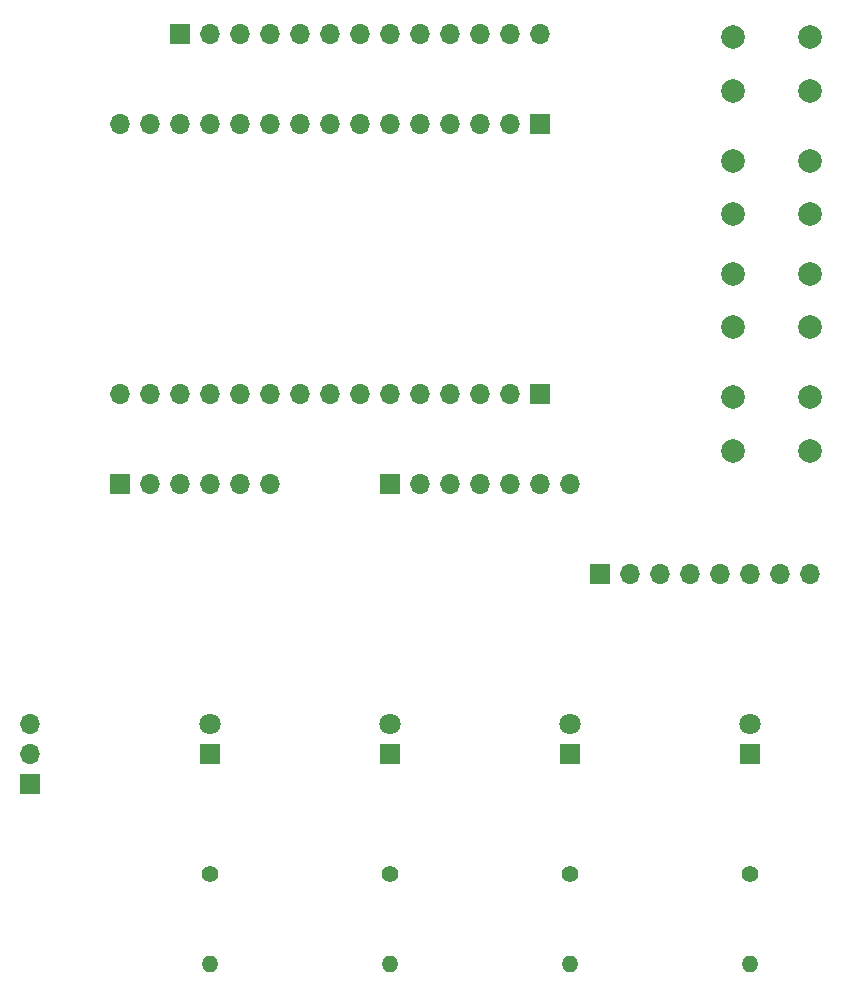
<source format=gbr>
%TF.GenerationSoftware,KiCad,Pcbnew,7.0.5*%
%TF.CreationDate,2024-02-08T14:25:21+05:30*%
%TF.ProjectId,Home Automation,486f6d65-2041-4757-946f-6d6174696f6e,rev?*%
%TF.SameCoordinates,Original*%
%TF.FileFunction,Soldermask,Top*%
%TF.FilePolarity,Negative*%
%FSLAX46Y46*%
G04 Gerber Fmt 4.6, Leading zero omitted, Abs format (unit mm)*
G04 Created by KiCad (PCBNEW 7.0.5) date 2024-02-08 14:25:21*
%MOMM*%
%LPD*%
G01*
G04 APERTURE LIST*
%ADD10C,1.400000*%
%ADD11O,1.400000X1.400000*%
%ADD12R,1.700000X1.700000*%
%ADD13O,1.700000X1.700000*%
%ADD14C,2.000000*%
%ADD15R,1.800000X1.800000*%
%ADD16C,1.800000*%
G04 APERTURE END LIST*
D10*
%TO.C,R3*%
X83820000Y-114300000D03*
D11*
X83820000Y-121920000D03*
%TD*%
D12*
%TO.C,J2*%
X96520000Y-73660000D03*
D13*
X93980000Y-73660000D03*
X91440000Y-73660000D03*
X88900000Y-73660000D03*
X86360000Y-73660000D03*
X83820000Y-73660000D03*
X81280000Y-73660000D03*
X78740000Y-73660000D03*
X76200000Y-73660000D03*
X73660000Y-73660000D03*
X71120000Y-73660000D03*
X68580000Y-73660000D03*
X66040000Y-73660000D03*
X63500000Y-73660000D03*
X60960000Y-73660000D03*
%TD*%
D10*
%TO.C,R1*%
X114300000Y-114300000D03*
D11*
X114300000Y-121920000D03*
%TD*%
D10*
%TO.C,R2*%
X99060000Y-114300000D03*
D11*
X99060000Y-121920000D03*
%TD*%
D12*
%TO.C,J5*%
X101600000Y-88900000D03*
D13*
X104140000Y-88900000D03*
X106680000Y-88900000D03*
X109220000Y-88900000D03*
X111760000Y-88900000D03*
X114300000Y-88900000D03*
X116840000Y-88900000D03*
X119380000Y-88900000D03*
%TD*%
D12*
%TO.C,J1*%
X96520000Y-50800000D03*
D13*
X93980000Y-50800000D03*
X91440000Y-50800000D03*
X88900000Y-50800000D03*
X86360000Y-50800000D03*
X83820000Y-50800000D03*
X81280000Y-50800000D03*
X78740000Y-50800000D03*
X76200000Y-50800000D03*
X73660000Y-50800000D03*
X71120000Y-50800000D03*
X68580000Y-50800000D03*
X66040000Y-50800000D03*
X63500000Y-50800000D03*
X60960000Y-50800000D03*
%TD*%
D12*
%TO.C,J4*%
X53340000Y-106680000D03*
D13*
X53340000Y-104140000D03*
X53340000Y-101600000D03*
%TD*%
D12*
%TO.C,J6*%
X66040000Y-43180000D03*
D13*
X68580000Y-43180000D03*
X71120000Y-43180000D03*
X73660000Y-43180000D03*
X76200000Y-43180000D03*
X78740000Y-43180000D03*
X81280000Y-43180000D03*
X83820000Y-43180000D03*
X86360000Y-43180000D03*
X88900000Y-43180000D03*
X91440000Y-43180000D03*
X93980000Y-43180000D03*
X96520000Y-43180000D03*
%TD*%
D14*
%TO.C,SW4*%
X119380000Y-78450000D03*
X112880000Y-78450000D03*
X119380000Y-73950000D03*
X112880000Y-73950000D03*
%TD*%
D15*
%TO.C,D3*%
X83820000Y-104140000D03*
D16*
X83820000Y-101600000D03*
%TD*%
D14*
%TO.C,SW2*%
X119380000Y-58420000D03*
X112880000Y-58420000D03*
X119380000Y-53920000D03*
X112880000Y-53920000D03*
%TD*%
D12*
%TO.C,J3*%
X60960000Y-81280000D03*
D13*
X63500000Y-81280000D03*
X66040000Y-81280000D03*
X68580000Y-81280000D03*
X71120000Y-81280000D03*
X73660000Y-81280000D03*
%TD*%
D12*
%TO.C,J7*%
X83820000Y-81280000D03*
D13*
X86360000Y-81280000D03*
X88900000Y-81280000D03*
X91440000Y-81280000D03*
X93980000Y-81280000D03*
X96520000Y-81280000D03*
X99060000Y-81280000D03*
%TD*%
D15*
%TO.C,D1*%
X114300000Y-104140000D03*
D16*
X114300000Y-101600000D03*
%TD*%
D14*
%TO.C,SW1*%
X119380000Y-47970000D03*
X112880000Y-47970000D03*
X119380000Y-43470000D03*
X112880000Y-43470000D03*
%TD*%
D15*
%TO.C,D2*%
X99060000Y-104140000D03*
D16*
X99060000Y-101600000D03*
%TD*%
D10*
%TO.C,R4*%
X68580000Y-114300000D03*
D11*
X68580000Y-121920000D03*
%TD*%
D14*
%TO.C,SW3*%
X119380000Y-68000000D03*
X112880000Y-68000000D03*
X119380000Y-63500000D03*
X112880000Y-63500000D03*
%TD*%
D15*
%TO.C,D4*%
X68580000Y-104140000D03*
D16*
X68580000Y-101600000D03*
%TD*%
M02*

</source>
